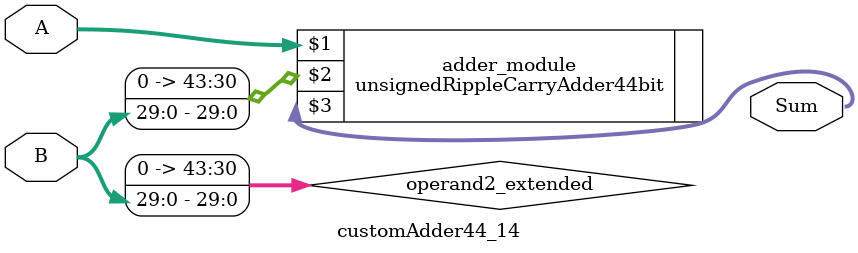
<source format=v>
module customAdder44_14(
                        input [43 : 0] A,
                        input [29 : 0] B,
                        
                        output [44 : 0] Sum
                );

        wire [43 : 0] operand2_extended;
        
        assign operand2_extended =  {14'b0, B};
        
        unsignedRippleCarryAdder44bit adder_module(
            A,
            operand2_extended,
            Sum
        );
        
        endmodule
        
</source>
